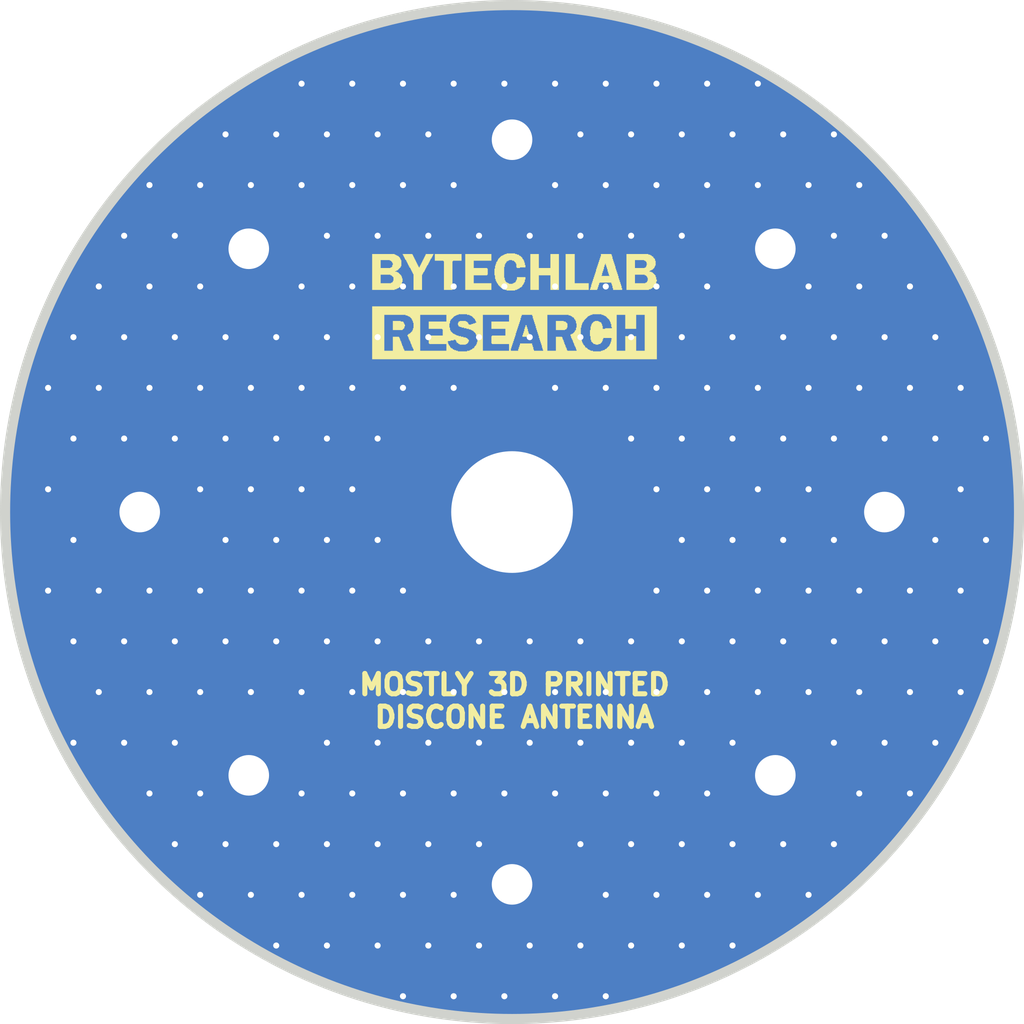
<source format=kicad_pcb>
(kicad_pcb (version 20241229) (generator "pcbnew") (generator_version "9.0")
  (layers (0 "F.Cu" signal "Top Layer") (2 "B.Cu" signal "Bottom Layer") (13 "F.Paste" user "Top Paste") (15 "B.Paste" user "Bottom Paste") (5 "F.SilkS" user "Top Overlay") (7 "B.SilkS" user "Bottom Overlay") (1 "F.Mask" user "Top Solder") (3 "B.Mask" user "Bottom Solder") (25 "Edge.Cuts" user))
  (property "AUTHOR" "Andrzej Laczewski")
  (property "PROJECT_NAME" "Mostly 3D Printed Discone Antenna")
  (net 0 "")
  (net 1 "GND")
  (footprint "" (layer "F.Cu") (at 161.48359 92.02112)
    (property "Reference" "" (at 0 0 0) (layer "F.SilkS") (effects (font (size 1.27 1.27))))
    (property "Value" "")
    (pad "1" thru_hole circle (at 0 0) (size 4 4) (drill 2) (layers "*.Cu" "*.Mask") (net 1 "GND"))
  )
  (footprint "" (layer "F.Cu") (at 135.51862 117.98608)
    (property "Reference" "" (at 0 0 0) (layer "F.SilkS") (effects (font (size 1.27 1.27))))
    (property "Value" "")
    (pad "1" thru_hole circle (at 0 0) (size 4 4) (drill 2) (layers "*.Cu" "*.Mask") (net 1 "GND"))
  )
  (footprint "" (layer "F.Cu") (at 130.14111 105.0036)
    (property "Reference" "" (at 0 0 0) (layer "F.SilkS") (effects (font (size 1.27 1.27))))
    (property "Value" "")
    (pad "1" thru_hole circle (at 0 0) (size 4 4) (drill 2) (layers "*.Cu" "*.Mask") (net 1 "GND"))
  )
  (footprint "" (layer "F.Cu") (at 148.5011 105.0036)
    (property "Reference" "" (at 0 0 0) (layer "F.SilkS") (effects (font (size 1.27 1.27))))
    (property "Value" "")
    (pad "1" thru_hole circle (at 0 0) (size 12 12) (drill 6) (layers "*.Cu" "*.Mask") (net 1 "GND"))
  )
  (footprint "" (layer "F.Cu") (at 161.48359 117.98608)
    (property "Reference" "" (at 0 0 0) (layer "F.SilkS") (effects (font (size 1.27 1.27))))
    (property "Value" "")
    (pad "1" thru_hole circle (at 0 0) (size 4 4) (drill 2) (layers "*.Cu" "*.Mask") (net 1 "GND"))
  )
  (footprint "" (layer "F.Cu") (at 148.5011 86.6436)
    (property "Reference" "" (at 0 0 0) (layer "F.SilkS") (effects (font (size 1.27 1.27))))
    (property "Value" "")
    (pad "1" thru_hole circle (at 0 0) (size 4 4) (drill 2) (layers "*.Cu" "*.Mask") (net 1 "GND"))
  )
  (footprint "" (layer "F.Cu") (at 166.8611 105.0036)
    (property "Reference" "" (at 0 0 0) (layer "F.SilkS") (effects (font (size 1.27 1.27))))
    (property "Value" "")
    (pad "1" thru_hole circle (at 0 0) (size 4 4) (drill 2) (layers "*.Cu" "*.Mask") (net 1 "GND"))
  )
  (footprint "" (layer "F.Cu") (at 135.51862 92.02112)
    (property "Reference" "" (at 0 0 0) (layer "F.SilkS") (effects (font (size 1.27 1.27))))
    (property "Value" "")
    (pad "1" thru_hole circle (at 0 0) (size 4 4) (drill 2) (layers "*.Cu" "*.Mask") (net 1 "GND"))
  )
  (footprint "" (layer "F.Cu") (at 148.5011 123.3636)
    (property "Reference" "" (at 0 0 0) (layer "F.SilkS") (effects (font (size 1.27 1.27))))
    (property "Value" "")
    (pad "1" thru_hole circle (at 0 0) (size 4 4) (drill 2) (layers "*.Cu" "*.Mask") (net 1 "GND"))
  )
  (gr_poly (pts (xy 145.14262 93.62963) (xy 145.14262 92.63963) (xy 145.11262 92.63963) (xy 145.11262 92.60963) (xy 144.69262 92.60963) (xy 144.69262 92.27963) (xy 146.01262 92.27963) (xy 146.01262 92.60963) (xy 145.59262 92.60963) (xy 145.59262 92.63963) (xy 145.56262 92.63963) (xy 145.56262 94.04963) (xy 145.14262 94.04963) (xy 145.14262 93.65963)) (fill yes) (layer "F.SilkS"))
  (gr_poly (pts (xy 153.39262 92.30963) (xy 153.42262 92.30963) (xy 153.42262 92.39963) (xy 153.45262 92.39963) (xy 153.45262 92.51963) (xy 153.48262 92.51963) (xy 153.48262 92.60963) (xy 153.51262 92.60963) (xy 153.51262 92.69963) (xy 153.54262 92.69963) (xy 153.54262 92.78963) (xy 153.57262 92.78963) (xy 153.57262 92.87963) (xy 153.60262 92.87963) (xy 153.60262 92.99963) (xy 153.63262 92.99963) (xy 153.63262 93.08963) (xy 153.66262 93.08963) (xy 153.66262 93.17963) (xy 153.69262 93.17963) (xy 153.69262 93.26963) (xy 153.72262 93.26963) (xy 153.72262 93.35963) (xy 153.75262 93.35963) (xy 153.75262 93.47963) (xy 153.78262 93.47963) (xy 153.78262 93.56963) (xy 153.81262 93.56963) (xy 153.81262 93.65963) (xy 153.84262 93.65963) (xy 153.84262 93.74963) (xy 153.87262 93.74963) (xy 153.87262 93.83963) (xy 153.90262 93.83963) (xy 153.90262 93.95963) (xy 153.93262 93.95963) (xy 153.93262 94.04963) (xy 153.48262 94.04963) (xy 153.48262 93.95963) (xy 153.45262 93.95963) (xy 153.45262 93.83963) (xy 153.42262 93.83963) (xy 153.42262 93.74963) (xy 153.39262 93.74963) (xy 153.39262 93.68963) (xy 152.82262 93.68963) (xy 152.82262 93.71963) (xy 152.79262 93.71963) (xy 152.79262 93.80963) (xy 152.76262 93.80963) (xy 152.76262 93.89963) (xy 152.73262 93.89963) (xy 152.73262 93.98963) (xy 152.70262 93.98963) (xy 152.70262 94.04963) (xy 152.34262 94.04963) (xy 152.34262 93.98963) (xy 152.37262 93.98963) (xy 152.37262 93.89963) (xy 152.40262 93.89963) (xy 152.40262 93.77963) (xy 152.43262 93.77963) (xy 152.43262 93.68963) (xy 152.46262 93.68963) (xy 152.46262 93.59963) (xy 152.49262 93.59963) (xy 152.49262 93.50963) (xy 152.52262 93.50963) (xy 152.52262 93.41963) (xy 152.55262 93.41963) (xy 152.55262 93.32963) (xy 152.58262 93.32963) (xy 152.91262 93.32963) (xy 152.91262 93.35963) (xy 153.30262 93.35963) (xy 153.30262 93.32963) (xy 153.27262 93.32963) (xy 153.27262 93.23963) (xy 153.24262 93.23963) (xy 153.24262 93.14963) (xy 153.21262 93.14963) (xy 153.21262 93.02963) (xy 153.18262 93.02963) (xy 153.18262 92.93963) (xy 153.15262 92.93963) (xy 153.15262 92.84963) (xy 153.12262 92.84963) (xy 153.12262 92.75963) (xy 153.09262 92.75963) (xy 153.09262 92.81963) (xy 153.06262 92.81963) (xy 153.06262 92.90963) (xy 153.03262 92.90963) (xy 153.03262 93.02963) (xy 153.00262 93.02963) (xy 153.00262 93.11963) (xy 152.97262 93.11963) (xy 152.97262 93.20963) (xy 152.94262 93.20963) (xy 152.94262 93.32963) (xy 152.91262 93.32963) (xy 152.58262 93.32963) (xy 152.58262 93.23963) (xy 152.61262 93.23963) (xy 152.61262 93.14963) (xy 152.64262 93.14963) (xy 152.64262 93.02963) (xy 152.67262 93.02963) (xy 152.67262 92.93963) (xy 152.70262 92.93963) (xy 152.70262 92.84963) (xy 152.73262 92.84963) (xy 152.73262 92.75963) (xy 152.76262 92.75963) (xy 152.76262 92.66963) (xy 152.79262 92.66963) (xy 152.79262 92.57963) (xy 152.82262 92.57963) (xy 152.82262 92.48963) (xy 152.85262 92.48963) (xy 152.85262 92.39963) (xy 152.88262 92.39963) (xy 152.88262 92.27963) (xy 153.39262 92.27963)) (fill yes) (layer "F.SilkS"))
  (gr_poly (pts (xy 149.82262 92.39963) (xy 149.82262 92.96963) (xy 150.39262 92.96963) (xy 150.39262 92.27963) (xy 150.81262 92.27963) (xy 150.81262 94.04963) (xy 150.39262 94.04963) (xy 150.39262 93.32963) (xy 149.82262 93.32963) (xy 149.82262 94.04963) (xy 149.40262 94.04963) (xy 149.40262 92.27963) (xy 149.82262 92.27963) (xy 149.82262 92.36963)) (fill yes) (layer "F.SilkS"))
  (gr_poly (pts (xy 142.71262 92.30963) (xy 142.77262 92.30963) (xy 142.77262 92.33963) (xy 142.83262 92.33963) (xy 142.83262 92.36963) (xy 142.89262 92.36963) (xy 142.89262 92.39963) (xy 142.92262 92.39963) (xy 142.92262 92.42963) (xy 142.95262 92.42963) (xy 142.95262 92.45963) (xy 142.98262 92.45963) (xy 142.98262 92.51963) (xy 143.01262 92.51963) (xy 143.01262 92.57963) (xy 143.04262 92.57963) (xy 143.04262 92.87963) (xy 143.01262 92.87963) (xy 143.01262 92.93963) (xy 142.98262 92.93963) (xy 142.98262 92.96963) (xy 142.95262 92.96963) (xy 142.95262 92.99963) (xy 142.92262 92.99963) (xy 142.92262 93.02963) (xy 142.89262 93.02963) (xy 142.89262 93.05963) (xy 142.86262 93.05963) (xy 142.86262 93.08963) (xy 142.80262 93.08963) (xy 142.80262 93.11963) (xy 142.74262 93.11963) (xy 142.74262 93.14963) (xy 142.83262 93.14963) (xy 142.83262 93.17963) (xy 142.89262 93.17963) (xy 142.89262 93.20963) (xy 142.92262 93.20963) (xy 142.92262 93.23963) (xy 142.95262 93.23963) (xy 142.95262 93.26963) (xy 142.98262 93.26963) (xy 142.98262 93.29963) (xy 143.01262 93.29963) (xy 143.01262 93.32963) (xy 143.04262 93.32963) (xy 143.04262 93.38963) (xy 143.07262 93.38963) (xy 143.07262 93.47963) (xy 143.10262 93.47963) (xy 143.10262 93.65963) (xy 143.07262 93.65963) (xy 143.07262 93.74963) (xy 143.04262 93.74963) (xy 143.04262 93.80963) (xy 143.01262 93.80963) (xy 143.01262 93.86963) (xy 142.98262 93.86963) (xy 142.98262 93.89963) (xy 142.95262 93.89963) (xy 142.95262 93.92963) (xy 142.92262 93.92963) (xy 142.92262 93.95963) (xy 142.86262 93.95963) (xy 142.86262 93.98963) (xy 142.80262 93.98963) (xy 142.80262 94.01963) (xy 142.71262 94.01963) (xy 142.71262 94.04963) (xy 141.60262 94.04963) (xy 141.60262 93.47963) (xy 142.02262 93.47963) (xy 142.02262 93.50963) (xy 142.02262 93.71963) (xy 142.53262 93.71963) (xy 142.53262 93.68963) (xy 142.59262 93.68963) (xy 142.59262 93.65963) (xy 142.62262 93.65963) (xy 142.62262 93.59963) (xy 142.65262 93.59963) (xy 142.65262 93.41963) (xy 142.62262 93.41963) (xy 142.62262 93.38963) (xy 142.59262 93.38963) (xy 142.59262 93.35963) (xy 142.56262 93.35963) (xy 142.56262 93.32963) (xy 142.50262 93.32963) (xy 142.50262 93.29963) (xy 142.02262 93.29963) (xy 142.02262 93.47963) (xy 141.60262 93.47963) (xy 141.60262 92.96963) (xy 142.02262 92.96963) (xy 142.50262 92.96963) (xy 142.50262 92.93963) (xy 142.56262 92.93963) (xy 142.56262 92.90963) (xy 142.59262 92.90963) (xy 142.59262 92.81963) (xy 142.62262 92.81963) (xy 142.62262 92.72963) (xy 142.59262 92.72963) (xy 142.59262 92.69963) (xy 142.59262 92.66963) (xy 142.56262 92.66963) (xy 142.56262 92.63963) (xy 142.53262 92.63963) (xy 142.53262 92.60963) (xy 142.47262 92.60963) (xy 142.47262 92.57963) (xy 142.02262 92.57963) (xy 142.02262 92.96963) (xy 141.60262 92.96963) (xy 141.60262 92.27963) (xy 142.71262 92.27963)) (fill yes) (layer "F.SilkS"))
  (gr_poly (pts (xy 155.22262 92.30963) (xy 155.31262 92.30963) (xy 155.31262 92.33963) (xy 155.37262 92.33963) (xy 155.37262 92.36963) (xy 155.40262 92.36963) (xy 155.40262 92.39963) (xy 155.46262 92.39963) (xy 155.46262 92.45963) (xy 155.49262 92.45963) (xy 155.49262 92.48963) (xy 155.52262 92.48963) (xy 155.52262 92.51963) (xy 155.55262 92.51963) (xy 155.55262 92.60963) (xy 155.58262 92.60963) (xy 155.58262 92.84963) (xy 155.55262 92.84963) (xy 155.55262 92.90963) (xy 155.52262 92.90963) (xy 155.52262 92.96963) (xy 155.49262 92.96963) (xy 155.49262 92.99963) (xy 155.46262 92.99963) (xy 155.46262 93.02963) (xy 155.43262 93.02963) (xy 155.43262 93.05963) (xy 155.37262 93.05963) (xy 155.37262 93.08963) (xy 155.31262 93.08963) (xy 155.31262 93.11963) (xy 155.28262 93.11963) (xy 155.28262 93.14963) (xy 155.37262 93.14963) (xy 155.37262 93.17963) (xy 155.43262 93.17963) (xy 155.43262 93.20963) (xy 155.46262 93.20963) (xy 155.46262 93.23963) (xy 155.49262 93.23963) (xy 155.49262 93.26963) (xy 155.52262 93.26963) (xy 155.52262 93.29963) (xy 155.55262 93.29963) (xy 155.55262 93.32963) (xy 155.58262 93.32963) (xy 155.58262 93.41963) (xy 155.61262 93.41963) (xy 155.61262 93.53963) (xy 155.64262 93.53963) (xy 155.64262 93.62963) (xy 155.61262 93.62963) (xy 155.61262 93.74963) (xy 155.58262 93.74963) (xy 155.58262 93.80963) (xy 155.55262 93.80963) (xy 155.55262 93.83963) (xy 155.52262 93.83963) (xy 155.52262 93.89963) (xy 155.49262 93.89963) (xy 155.49262 93.92963) (xy 155.43262 93.92963) (xy 155.43262 93.95963) (xy 155.40262 93.95963) (xy 155.40262 93.98963) (xy 155.34262 93.98963) (xy 155.34262 94.01963) (xy 155.25262 94.01963) (xy 155.25262 94.04963) (xy 154.14262 94.04963) (xy 154.14262 93.32963) (xy 154.56262 93.32963) (xy 154.56262 93.71963) (xy 155.07262 93.71963) (xy 155.07262 93.68963) (xy 155.13262 93.68963) (xy 155.13262 93.65963) (xy 155.16262 93.65963) (xy 155.16262 93.59963) (xy 155.19262 93.59963) (xy 155.19262 93.44963) (xy 155.16262 93.44963) (xy 155.16262 93.38963) (xy 155.13262 93.38963) (xy 155.13262 93.35963) (xy 155.10262 93.35963) (xy 155.10262 93.32963) (xy 155.04262 93.32963) (xy 155.04262 93.29963) (xy 154.56262 93.29963) (xy 154.56262 93.32963) (xy 154.14262 93.32963) (xy 154.14262 92.96963) (xy 154.56262 92.96963) (xy 155.04262 92.96963) (xy 155.04262 92.93963) (xy 155.10262 92.93963) (xy 155.10262 92.87963) (xy 155.13262 92.87963) (xy 155.13262 92.78963) (xy 155.16262 92.78963) (xy 155.16262 92.75963) (xy 155.13262 92.75963) (xy 155.13262 92.66963) (xy 155.10262 92.66963) (xy 155.10262 92.63963) (xy 155.07262 92.63963) (xy 155.07262 92.60963) (xy 155.01262 92.60963) (xy 155.01262 92.57963) (xy 154.56262 92.57963) (xy 154.56262 92.96963) (xy 154.14262 92.96963) (xy 154.14262 92.27963) (xy 155.22262 92.27963)) (fill yes) (layer "F.SilkS"))
  (gr_poly (pts (xy 155.64262 97.46963) (xy 141.60262 97.46963) (xy 141.60262 97.04963) (xy 142.20262 97.04963) (xy 142.62262 97.04963) (xy 142.62262 96.35963) (xy 142.92262 96.35963) (xy 142.92262 96.38963) (xy 142.95262 96.38963) (xy 142.95262 96.44963) (xy 142.98262 96.44963) (xy 142.98262 96.53963) (xy 143.01262 96.53963) (xy 143.01262 96.59963) (xy 143.04262 96.59963) (xy 143.04262 96.68963) (xy 143.07262 96.68963) (xy 143.07262 96.77963) (xy 143.10262 96.77963) (xy 143.10262 96.83963) (xy 143.13262 96.83963) (xy 143.13262 96.92963) (xy 143.16262 96.92963) (xy 143.16262 96.98963) (xy 143.19262 96.98963) (xy 143.19262 97.04963) (xy 143.64262 97.04963) (xy 143.97262 97.04963) (xy 145.26262 97.04963) (xy 145.26262 96.71963) (xy 144.42262 96.71963) (xy 144.42262 96.68963) (xy 144.39262 96.68963) (xy 144.39262 96.59963) (xy 145.32262 96.59963) (xy 145.32262 96.62963) (xy 145.35262 96.62963) (xy 145.35262 96.71963) (xy 145.38262 96.71963) (xy 145.38262 96.77963) (xy 145.41262 96.77963) (xy 145.41262 96.80963) (xy 145.44262 96.80963) (xy 145.44262 96.86963) (xy 145.47262 96.86963) (xy 145.47262 96.89963) (xy 145.50262 96.89963) (xy 145.50262 96.92963) (xy 145.56262 96.92963) (xy 145.56262 96.95963) (xy 145.59262 96.95963) (xy 145.59262 96.98963) (xy 145.65262 96.98963) (xy 145.65262 97.01963) (xy 145.74262 97.01963) (xy 145.74262 97.04963) (xy 145.83262 97.04963) (xy 145.83262 97.07963) (xy 146.28262 97.07963) (xy 146.28262 97.04963) (xy 146.40262 97.04963) (xy 147.06262 97.04963) (xy 148.35262 97.04963) (xy 148.35262 96.92963) (xy 148.44262 96.92963) (xy 148.44262 97.04963) (xy 148.80262 97.04963) (xy 148.80262 96.95963) (xy 148.83262 96.95963) (xy 148.83262 96.92963) (xy 148.83262 96.89963) (xy 148.83262 96.86963) (xy 148.86262 96.86963) (xy 148.86262 96.77963) (xy 148.89262 96.77963) (xy 148.89262 96.68963) (xy 149.49262 96.68963) (xy 149.49262 96.77963) (xy 149.52262 96.77963) (xy 149.52262 96.86963) (xy 149.55262 96.86963) (xy 149.55262 96.98963) (xy 149.58262 96.98963) (xy 149.58262 97.04963) (xy 150.03262 97.04963) (xy 150.24262 97.04963) (xy 150.66262 97.04963) (xy 150.66262 96.35963) (xy 150.96262 96.35963) (xy 150.96262 96.38963) (xy 150.99262 96.38963) (xy 150.99262 96.47963) (xy 151.02262 96.47963) (xy 151.02262 96.53963) (xy 151.05262 96.53963) (xy 151.05262 96.62963) (xy 151.08262 96.62963) (xy 151.08262 96.71963) (xy 151.11262 96.71963) (xy 151.11262 96.77963) (xy 151.14262 96.77963) (xy 151.14262 96.86963) (xy 151.17262 96.86963) (xy 151.17262 96.92963) (xy 151.20262 96.92963) (xy 151.20262 97.01963) (xy 151.23262 97.01963) (xy 151.23262 97.04963) (xy 151.68262 97.04963) (xy 151.68262 96.98963) (xy 151.65262 96.98963) (xy 151.65262 96.89963) (xy 151.62262 96.89963) (xy 151.62262 96.83963) (xy 151.59262 96.83963) (xy 151.59262 96.77963) (xy 151.56262 96.77963) (xy 151.56262 96.68963) (xy 151.53262 96.68963) (xy 151.53262 96.62963) (xy 151.50262 96.62963) (xy 151.50262 96.53963) (xy 151.47262 96.53963) (xy 151.47262 96.47963) (xy 151.44262 96.47963) (xy 151.44262 96.41963) (xy 151.41262 96.41963) (xy 151.41262 96.32963) (xy 151.38262 96.32963) (xy 151.38262 96.23963) (xy 151.44262 96.23963) (xy 151.44262 96.20963) (xy 151.50262 96.20963) (xy 151.50262 96.17963) (xy 151.53262 96.17963) (xy 151.53262 96.14963) (xy 151.56262 96.14963) (xy 151.56262 96.11963) (xy 151.59262 96.11963) (xy 151.59262 96.05963) (xy 151.62262 96.05963) (xy 151.62262 96.02963) (xy 151.65262 96.02963) (xy 151.65262 95.90963) (xy 151.68262 95.90963) (xy 151.89262 95.90963) (xy 151.89262 96.41963) (xy 151.92262 96.41963) (xy 151.92262 96.53963) (xy 151.95262 96.53963) (xy 151.95262 96.62963) (xy 151.98262 96.62963) (xy 151.98262 96.68963) (xy 152.01262 96.68963) (xy 152.01262 96.74963) (xy 152.04262 96.74963) (xy 152.04262 96.77963) (xy 152.07262 96.77963) (xy 152.07262 96.80963) (xy 152.10262 96.80963) (xy 152.10262 96.86963) (xy 152.13262 96.86963) (xy 152.13262 96.89963) (xy 152.19262 96.89963) (xy 152.19262 96.92963) (xy 152.22262 96.92963) (xy 152.22262 96.95963) (xy 152.25262 96.95963) (xy 152.25262 96.98963) (xy 152.31262 96.98963) (xy 152.31262 97.01963) (xy 152.37262 97.01963) (xy 152.37262 97.04963) (xy 152.49262 97.04963) (xy 152.49262 97.07963) (xy 152.88262 97.07963) (xy 152.88262 97.04963) (xy 152.97262 97.04963) (xy 153.66262 97.04963) (xy 154.08262 97.04963) (xy 154.08262 96.32963) (xy 154.62262 96.32963) (xy 154.62262 96.35963) (xy 154.62262 96.38963) (xy 154.62262 97.04963) (xy 155.04262 97.04963) (xy 155.04262 95.27963) (xy 154.62262 95.27963) (xy 154.62262 95.96963) (xy 154.08262 95.96963) (xy 154.08262 95.27963) (xy 153.66262 95.27963) (xy 153.66262 97.04963) (xy 152.97262 97.04963) (xy 152.97262 97.01963) (xy 153.06262 97.01963) (xy 153.06262 96.98963) (xy 153.09262 96.98963) (xy 153.09262 96.95963) (xy 153.15262 96.95963) (xy 153.15262 96.92963) (xy 153.18262 96.92963) (xy 153.18262 96.89963) (xy 153.21262 96.89963) (xy 153.21262 96.86963) (xy 153.24262 96.86963) (xy 153.24262 96.83963) (xy 153.27262 96.83963) (xy 153.27262 96.80963) (xy 153.30262 96.80963) (xy 153.30262 96.74963) (xy 153.33262 96.74963) (xy 153.33262 96.68963) (xy 153.36262 96.68963) (xy 153.36262 96.59963) (xy 153.39262 96.59963) (xy 153.39262 96.47963) (xy 153.42262 96.47963) (xy 153.42262 96.44963) (xy 153.39262 96.44963) (xy 153.39262 96.41963) (xy 153.00262 96.41963) (xy 153.00262 96.47963) (xy 152.97262 96.47963) (xy 152.97262 96.56963) (xy 152.94262 96.56963) (xy 152.94262 96.62963) (xy 152.91262 96.62963) (xy 152.91262 96.65963) (xy 152.88262 96.65963) (xy 152.88262 96.68963) (xy 152.85262 96.68963) (xy 152.85262 96.71963) (xy 152.76262 96.71963) (xy 152.76262 96.74963) (xy 152.61262 96.74963) (xy 152.61262 96.71963) (xy 152.52262 96.71963) (xy 152.52262 96.68963) (xy 152.49262 96.68963) (xy 152.49262 96.65963) (xy 152.46262 96.65963) (xy 152.46262 96.62963) (xy 152.43262 96.62963) (xy 152.43262 96.59963) (xy 152.40262 96.59963) (xy 152.40262 96.50963) (xy 152.37262 96.50963) (xy 152.37262 96.32963) (xy 152.34262 96.32963) (xy 152.34262 96.02963) (xy 152.37262 96.02963) (xy 152.37262 95.84963) (xy 152.40262 95.84963) (xy 152.40262 95.75963) (xy 152.43262 95.75963) (xy 152.43262 95.69963) (xy 152.46262 95.69963) (xy 152.46262 95.66963) (xy 152.49262 95.66963) (xy 152.49262 95.63963) (xy 152.52262 95.63963) (xy 152.52262 95.60963) (xy 152.58262 95.60963) (xy 152.58262 95.57963) (xy 152.76262 95.57963) (xy 152.76262 95.60963) (xy 152.82262 95.60963) (xy 152.82262 95.63963) (xy 152.88262 95.63963) (xy 152.88262 95.66963) (xy 152.91262 95.66963) (xy 152.91262 95.72963) (xy 152.94262 95.72963) (xy 152.94262 95.81963) (xy 152.97262 95.81963) (xy 152.97262 95.96963) (xy 153.09262 95.96963) (xy 153.09262 95.93963) (xy 153.42262 95.93963) (xy 153.42262 95.87963) (xy 153.39262 95.87963) (xy 153.39262 95.72963) (xy 153.36262 95.72963) (xy 153.36262 95.63963) (xy 153.33262 95.63963) (xy 153.33262 95.57963) (xy 153.30262 95.57963) (xy 153.30262 95.51963) (xy 153.27262 95.51963) (xy 153.27262 95.48963) (xy 153.24262 95.48963) (xy 153.24262 95.45963) (xy 153.21262 95.45963) (xy 153.21262 95.42963) (xy 153.18262 95.42963) (xy 153.18262 95.39963) (xy 153.15262 95.39963) (xy 153.15262 95.36963) (xy 153.12262 95.36963) (xy 153.12262 95.33963) (xy 153.06262 95.33963) (xy 153.06262 95.30963) (xy 153.00262 95.30963) (xy 153.00262 95.27963) (xy 152.91262 95.27963) (xy 152.91262 95.24963) (xy 152.46262 95.24963) (xy 152.46262 95.27963) (xy 152.37262 95.27963) (xy 152.37262 95.30963) (xy 152.31262 95.30963) (xy 152.31262 95.33963) (xy 152.25262 95.33963) (xy 152.25262 95.36963) (xy 152.22262 95.36963) (xy 152.22262 95.39963) (xy 152.19262 95.39963) (xy 152.19262 95.42963) (xy 152.16262 95.42963) (xy 152.16262 95.45963) (xy 152.13262 95.45963) (xy 152.13262 95.48963) (xy 152.10262 95.48963) (xy 152.10262 95.51963) (xy 152.07262 95.51963) (xy 152.07262 95.54963) (xy 152.04262 95.54963) (xy 152.04262 95.60963) (xy 152.01262 95.60963) (xy 152.01262 95.63963) (xy 151.98262 95.63963) (xy 151.98262 95.69963) (xy 151.95262 95.69963) (xy 151.95262 95.78963) (xy 151.92262 95.78963) (xy 151.92262 95.90963) (xy 151.89262 95.90963) (xy 151.68262 95.90963) (xy 151.68262 95.84963) (xy 151.68262 95.81963) (xy 151.68262 95.69963) (xy 151.65262 95.69963) (xy 151.65262 95.57963) (xy 151.62262 95.57963) (xy 151.62262 95.51963) (xy 151.59262 95.51963) (xy 151.59262 95.48963) (xy 151.56262 95.48963) (xy 151.56262 95.42963) (xy 151.53262 95.42963) (xy 151.53262 95.39963) (xy 151.47262 95.39963) (xy 151.47262 95.36963) (xy 151.44262 95.36963) (xy 151.44262 95.33963) (xy 151.38262 95.33963) (xy 151.38262 95.30963) (xy 151.29262 95.30963) (xy 151.29262 95.27963) (xy 150.24262 95.27963) (xy 150.24262 97.04963) (xy 150.03262 97.04963) (xy 150.03262 96.98963) (xy 150.00262 96.98963) (xy 150.00262 96.89963) (xy 149.97262 96.89963) (xy 149.97262 96.77963) (xy 149.94262 96.77963) (xy 149.94262 96.68963) (xy 149.91262 96.68963) (xy 149.91262 96.59963) (xy 149.88262 96.59963) (xy 149.88262 96.50963) (xy 149.85262 96.50963) (xy 149.85262 96.41963) (xy 149.82262 96.41963) (xy 149.82262 96.29963) (xy 149.79262 96.29963) (xy 149.79262 96.20963) (xy 149.76262 96.20963) (xy 149.76262 96.11963) (xy 149.73262 96.11963) (xy 149.73262 96.02963) (xy 149.70262 96.02963) (xy 149.70262 95.93963) (xy 149.67262 95.93963) (xy 149.67262 95.81963) (xy 149.64262 95.81963) (xy 149.64262 95.72963) (xy 149.61262 95.72963) (xy 149.61262 95.63963) (xy 149.58262 95.63963) (xy 149.58262 95.54963) (xy 149.55262 95.54963) (xy 149.55262 95.45963) (xy 149.52262 95.45963) (xy 149.52262 95.33963) (xy 149.49262 95.33963) (xy 149.49262 95.27963) (xy 148.98262 95.27963) (xy 148.98262 95.33963) (xy 148.95262 95.33963) (xy 148.95262 95.42963) (xy 148.92262 95.42963) (xy 148.92262 95.54963) (xy 148.89262 95.54963) (xy 148.89262 95.63963) (xy 148.86262 95.63963) (xy 148.86262 95.72963) (xy 148.83262 95.72963) (xy 148.83262 95.81963) (xy 148.80262 95.81963) (xy 148.80262 95.90963) (xy 148.77262 95.90963) (xy 148.77262 95.99963) (xy 148.74262 95.99963) (xy 148.74262 96.08963) (xy 148.71262 96.08963) (xy 148.71262 96.17963) (xy 148.68262 96.17963) (xy 148.68262 96.29963) (xy 148.65262 96.29963) (xy 148.65262 96.38963) (xy 148.62262 96.38963) (xy 148.62262 96.47963) (xy 148.59262 96.47963) (xy 148.59262 96.56963) (xy 148.56262 96.56963) (xy 148.56262 96.65963) (xy 148.53262 96.65963) (xy 148.53262 96.74963) (xy 148.50262 96.74963) (xy 148.50262 96.83963) (xy 148.47262 96.83963) (xy 148.47262 96.92963) (xy 148.44262 96.92963) (xy 148.35262 96.92963) (xy 148.35262 96.71963) (xy 147.51262 96.71963) (xy 147.51262 96.68963) (xy 147.48262 96.68963) (xy 147.48262 96.32963) (xy 147.51262 96.32963) (xy 147.51262 96.29963) (xy 148.17262 96.29963) (xy 148.17262 95.96963) (xy 147.48262 95.96963) (xy 147.48262 95.60963) (xy 148.35262 95.60963) (xy 148.35262 95.27963) (xy 147.06262 95.27963) (xy 147.06262 97.04963) (xy 146.40262 97.04963) (xy 146.40262 97.01963) (xy 146.46262 97.01963) (xy 146.46262 96.98963) (xy 146.52262 96.98963) (xy 146.52262 96.95963) (xy 146.55262 96.95963) (xy 146.55262 96.92963) (xy 146.61262 96.92963) (xy 146.61262 96.89963) (xy 146.64262 96.89963) (xy 146.64262 96.83963) (xy 146.67262 96.83963) (xy 146.67262 96.80963) (xy 146.70262 96.80963) (xy 146.70262 96.77963) (xy 146.73262 96.77963) (xy 146.73262 96.71963) (xy 146.76262 96.71963) (xy 146.76262 96.62963) (xy 146.79262 96.62963) (xy 146.79262 96.38963) (xy 146.76262 96.38963) (xy 146.76262 96.29963) (xy 146.73262 96.29963) (xy 146.73262 96.23963) (xy 146.70262 96.23963) (xy 146.70262 96.17963) (xy 146.67262 96.17963) (xy 146.67262 96.14963) (xy 146.64262 96.14963) (xy 146.64262 96.11963) (xy 146.61262 96.11963) (xy 146.61262 96.08963) (xy 146.58262 96.08963) (xy 146.58262 96.05963) (xy 146.52262 96.05963) (xy 146.52262 96.02963) (xy 146.46262 96.02963) (xy 146.46262 95.99963) (xy 146.37262 95.99963) (xy 146.37262 95.96963) (xy 146.25262 95.96963) (xy 146.25262 95.93963) (xy 146.13262 95.93963) (xy 146.13262 95.90963) (xy 146.01262 95.90963) (xy 146.01262 95.87963) (xy 145.92262 95.87963) (xy 145.92262 95.84963) (xy 145.86262 95.84963) (xy 145.86262 95.78963) (xy 145.83262 95.78963) (xy 145.83262 95.66963) (xy 145.86262 95.66963) (xy 145.86262 95.60963) (xy 145.92262 95.60963) (xy 145.92262 95.57963) (xy 146.22262 95.57963) (xy 146.22262 95.60963) (xy 146.28262 95.60963) (xy 146.28262 95.63963) (xy 146.31262 95.63963) (xy 146.31262 95.66963) (xy 146.34262 95.66963) (xy 146.34262 95.72963) (xy 146.37262 95.72963) (xy 146.37262 95.75963) (xy 146.49262 95.75963) (xy 146.49262 95.72963) (xy 146.58262 95.72963) (xy 146.58262 95.69963) (xy 146.67262 95.69963) (xy 146.67262 95.66963) (xy 146.73262 95.66963) (xy 146.73262 95.60963) (xy 146.70262 95.60963) (xy 146.70262 95.54963) (xy 146.67262 95.54963) (xy 146.67262 95.48963) (xy 146.64262 95.48963) (xy 146.64262 95.45963) (xy 146.61262 95.45963) (xy 146.61262 95.42963) (xy 146.58262 95.42963) (xy 146.58262 95.39963) (xy 146.55262 95.39963) (xy 146.55262 95.36963) (xy 146.52262 95.36963) (xy 146.52262 95.33963) (xy 146.46262 95.33963) (xy 146.46262 95.30963) (xy 146.40262 95.30963) (xy 146.40262 95.27963) (xy 146.28262 95.27963) (xy 146.28262 95.24963) (xy 145.86262 95.24963) (xy 145.86262 95.27963) (xy 145.77262 95.27963) (xy 145.77262 95.30963) (xy 145.71262 95.30963) (xy 145.71262 95.33963) (xy 145.65262 95.33963) (xy 145.65262 95.36963) (xy 145.62262 95.36963) (xy 145.62262 95.39963) (xy 145.59262 95.39963) (xy 145.59262 95.42963) (xy 145.56262 95.42963) (xy 145.56262 95.45963) (xy 145.53262 95.45963) (xy 145.53262 95.48963) (xy 145.50262 95.48963) (xy 145.50262 95.51963) (xy 145.47262 95.51963) (xy 145.47262 95.57963) (xy 145.44262 95.57963) (xy 145.44262 95.69963) (xy 145.41262 95.69963) (xy 145.41262 95.90963) (xy 145.44262 95.90963) (xy 145.44262 96.02963) (xy 145.47262 96.02963) (xy 145.47262 96.08963) (xy 145.50262 96.08963) (xy 145.50262 96.11963) (xy 145.53262 96.11963) (xy 145.53262 96.14963) (xy 145.56262 96.14963) (xy 145.56262 96.17963) (xy 145.59262 96.17963) (xy 145.59262 96.20963) (xy 145.65262 96.20963) (xy 145.65262 96.23963) (xy 145.71262 96.23963) (xy 145.71262 96.26963) (xy 145.77262 96.26963) (xy 145.77262 96.29963) (xy 145.86262 96.29963) (xy 145.86262 96.32963) (xy 145.98262 96.32963) (xy 145.98262 96.35963) (xy 146.10262 96.35963) (xy 146.10262 96.38963) (xy 146.22262 96.38963) (xy 146.22262 96.41963) (xy 146.28262 96.41963) (xy 146.28262 96.44963) (xy 146.31262 96.44963) (xy 146.31262 96.47963) (xy 146.34262 96.47963) (xy 146.34262 96.50963) (xy 146.37262 96.50963) (xy 146.37262 96.59963) (xy 146.34262 96.59963) (xy 146.34262 96.65963) (xy 146.31262 96.65963) (xy 146.31262 96.68963) (xy 146.28262 96.68963) (xy 146.28262 96.71963) (xy 146.22262 96.71963) (xy 146.22262 96.74963) (xy 145.92262 96.74963) (xy 145.92262 96.71963) (xy 145.86262 96.71963) (xy 145.86262 96.68963) (xy 145.83262 96.68963) (xy 145.83262 96.65963) (xy 145.77262 96.65963) (xy 145.77262 96.59963) (xy 145.74262 96.59963) (xy 145.74262 96.53963) (xy 145.71262 96.53963) (xy 145.71262 96.50963) (xy 145.62262 96.50963) (xy 145.62262 96.53963) (xy 145.47262 96.53963) (xy 145.47262 96.56963) (xy 145.35262 96.56963) (xy 145.35262 96.59963) (xy 145.32262 96.59963) (xy 144.39262 96.59963) (xy 144.39262 96.32963) (xy 144.42262 96.32963) (xy 144.42262 96.29963) (xy 145.08262 96.29963) (xy 145.08262 95.99963) (xy 145.05262 95.99963) (xy 145.05262 95.96963) (xy 144.39262 95.96963) (xy 144.39262 95.60963) (xy 145.26262 95.60963) (xy 145.26262 95.27963) (xy 143.97262 95.27963) (xy 143.97262 97.04963) (xy 143.64262 97.04963) (xy 143.64262 96.95963) (xy 143.61262 96.95963) (xy 143.61262 96.89963) (xy 143.58262 96.89963) (xy 143.58262 96.83963) (xy 143.55262 96.83963) (xy 143.55262 96.74963) (xy 143.52262 96.74963) (xy 143.52262 96.68963) (xy 143.49262 96.68963) (xy 143.49262 96.59963) (xy 143.46262 96.59963) (xy 143.46262 96.53963) (xy 143.43262 96.53963) (xy 143.43262 96.47963) (xy 143.40262 96.47963) (xy 143.40262 96.38963) (xy 143.37262 96.38963) (xy 143.37262 96.32963) (xy 143.34262 96.32963) (xy 143.34262 96.26963) (xy 143.37262 96.26963) (xy 143.37262 96.23963) (xy 143.40262 96.23963) (xy 143.40262 96.20963) (xy 143.46262 96.20963) (xy 143.46262 96.17963) (xy 143.49262 96.17963) (xy 143.49262 96.14963) (xy 143.52262 96.14963) (xy 143.52262 96.11963) (xy 143.55262 96.11963) (xy 143.55262 96.08963) (xy 143.58262 96.08963) (xy 143.58262 96.02963) (xy 143.61262 96.02963) (xy 143.61262 95.93963) (xy 143.64262 95.93963) (xy 143.64262 95.66963) (xy 143.61262 95.66963) (xy 143.61262 95.57963) (xy 143.58262 95.57963) (xy 143.58262 95.51963) (xy 143.55262 95.51963) (xy 143.55262 95.45963) (xy 143.52262 95.45963) (xy 143.52262 95.42963) (xy 143.49262 95.42963) (xy 143.49262 95.39963) (xy 143.46262 95.39963) (xy 143.46262 95.36963) (xy 143.40262 95.36963) (xy 143.40262 95.33963) (xy 143.34262 95.33963) (xy 143.34262 95.30963) (xy 143.25262 95.30963) (xy 143.25262 95.27963) (xy 142.20262 95.27963) (xy 142.20262 97.04963) (xy 141.60262 97.04963) (xy 141.60262 94.85963) (xy 155.64262 94.85963)) (fill yes) (layer "F.SilkS"))
  (gr_poly (pts (xy 150.66262 95.93963) (xy 150.66262 95.57963) (xy 151.05262 95.57963) (xy 151.05262 95.60963) (xy 151.14262 95.60963) (xy 151.14262 95.63963) (xy 151.17262 95.63963) (xy 151.17262 95.66963) (xy 151.20262 95.66963) (xy 151.20262 95.69963) (xy 151.23262 95.69963) (xy 151.23262 95.90963) (xy 151.20262 95.90963) (xy 151.20262 95.96963) (xy 151.17262 95.96963) (xy 151.17262 95.99963) (xy 151.11262 95.99963) (xy 151.11262 96.02963) (xy 150.66262 96.02963) (xy 150.66262 95.96963)) (fill yes) (layer "F.SilkS"))
  (gr_poly (pts (xy 143.01262 95.57963) (xy 143.01262 95.60963) (xy 143.13262 95.60963) (xy 143.13262 95.63963) (xy 143.16262 95.63963) (xy 143.16262 95.69963) (xy 143.19262 95.69963) (xy 143.19262 95.75963) (xy 143.22262 95.75963) (xy 143.22262 95.84963) (xy 143.19262 95.84963) (xy 143.19262 95.93963) (xy 143.16262 95.93963) (xy 143.16262 95.96963) (xy 143.13262 95.96963) (xy 143.13262 95.99963) (xy 143.10262 95.99963) (xy 143.10262 96.02963) (xy 142.62262 96.02963) (xy 142.62262 95.57963) (xy 142.98262 95.57963)) (fill yes) (layer "F.SilkS"))
  (gr_poly (pts (xy 146.19262 92.75963) (xy 146.19262 92.27963) (xy 147.48262 92.27963) (xy 147.48262 92.60963) (xy 146.61262 92.60963) (xy 146.61262 92.96963) (xy 147.27262 92.96963) (xy 147.27262 92.99963) (xy 147.30262 92.99963) (xy 147.30262 93.29963) (xy 147.27262 93.29963) (xy 147.27262 93.32963) (xy 146.61262 93.32963) (xy 146.61262 93.71963) (xy 147.48262 93.71963) (xy 147.48262 94.04963) (xy 146.19262 94.04963) (xy 146.19262 92.78963)) (fill yes) (layer "F.SilkS"))
  (gr_poly (pts (xy 152.28262 93.71963) (xy 152.28262 94.04963) (xy 151.14262 94.04963) (xy 151.14262 92.27963) (xy 151.59262 92.27963) (xy 151.59262 93.71963) (xy 152.25262 93.71963)) (fill yes) (layer "F.SilkS"))
  (gr_poly (pts (xy 144.39262 92.69963) (xy 144.39262 92.75963) (xy 144.36262 92.75963) (xy 144.36262 92.81963) (xy 144.33262 92.81963) (xy 144.33262 92.84963) (xy 144.30262 92.84963) (xy 144.30262 92.90963) (xy 144.27262 92.90963) (xy 144.27262 92.96963) (xy 144.24262 92.96963) (xy 144.24262 93.02963) (xy 144.21262 93.02963) (xy 144.21262 93.08963) (xy 144.18262 93.08963) (xy 144.18262 93.14963) (xy 144.15262 93.14963) (xy 144.15262 93.17963) (xy 144.12262 93.17963) (xy 144.12262 93.23963) (xy 144.09262 93.23963) (xy 144.09262 93.29963) (xy 144.06262 93.29963) (xy 144.06262 94.04963) (xy 143.64262 94.04963) (xy 143.64262 93.26963) (xy 143.61262 93.26963) (xy 143.61262 93.20963) (xy 143.58262 93.20963) (xy 143.58262 93.14963) (xy 143.55262 93.14963) (xy 143.55262 93.08963) (xy 143.52262 93.08963) (xy 143.52262 93.02963) (xy 143.49262 93.02963) (xy 143.49262 92.96963) (xy 143.46262 92.96963) (xy 143.46262 92.93963) (xy 143.43262 92.93963) (xy 143.43262 92.87963) (xy 143.40262 92.87963) (xy 143.40262 92.81963) (xy 143.37262 92.81963) (xy 143.37262 92.75963) (xy 143.34262 92.75963) (xy 143.34262 92.69963) (xy 143.31262 92.69963) (xy 143.31262 92.63963) (xy 143.28262 92.63963) (xy 143.28262 92.57963) (xy 143.25262 92.57963) (xy 143.25262 92.54963) (xy 143.22262 92.54963) (xy 143.22262 92.48963) (xy 143.19262 92.48963) (xy 143.19262 92.42963) (xy 143.16262 92.42963) (xy 143.16262 92.36963) (xy 143.13262 92.36963) (xy 143.13262 92.30963) (xy 143.10262 92.30963) (xy 143.10262 92.27963) (xy 143.58262 92.27963) (xy 143.58262 92.30963) (xy 143.61262 92.30963) (xy 143.61262 92.36963) (xy 143.64262 92.36963) (xy 143.64262 92.42963) (xy 143.67262 92.42963) (xy 143.67262 92.48963) (xy 143.70262 92.48963) (xy 143.70262 92.54963) (xy 143.73262 92.54963) (xy 143.73262 92.60963) (xy 143.76262 92.60963) (xy 143.76262 92.66963) (xy 143.79262 92.66963) (xy 143.79262 92.72963) (xy 143.82262 92.72963) (xy 143.82262 92.78963) (xy 143.85262 92.78963) (xy 143.85262 92.84963) (xy 143.88262 92.84963) (xy 143.88262 92.90963) (xy 143.91262 92.90963) (xy 143.91262 92.93963) (xy 143.94262 92.93963) (xy 143.94262 92.87963) (xy 143.97262 92.87963) (xy 143.97262 92.81963) (xy 144.00262 92.81963) (xy 144.00262 92.75963) (xy 144.03262 92.75963) (xy 144.03262 92.69963) (xy 144.06262 92.69963) (xy 144.06262 92.63963) (xy 144.09262 92.63963) (xy 144.09262 92.57963) (xy 144.12262 92.57963) (xy 144.12262 92.51963) (xy 144.15262 92.51963) (xy 144.15262 92.45963) (xy 144.18262 92.45963) (xy 144.18262 92.39963) (xy 144.21262 92.39963) (xy 144.21262 92.33963) (xy 144.24262 92.33963) (xy 144.24262 92.27963) (xy 144.63262 92.27963) (xy 144.63262 92.30963) (xy 144.60262 92.30963) (xy 144.60262 92.36963) (xy 144.57262 92.36963) (xy 144.57262 92.42963) (xy 144.54262 92.42963) (xy 144.54262 92.48963) (xy 144.51262 92.48963) (xy 144.51262 92.51963) (xy 144.48262 92.51963) (xy 144.48262 92.57963) (xy 144.45262 92.57963) (xy 144.45262 92.63963) (xy 144.42262 92.63963) (xy 144.42262 92.69963)) (fill yes) (layer "F.SilkS"))
  (gr_poly (pts (xy 149.22262 95.81963) (xy 149.22262 95.87963) (xy 149.25262 95.87963) (xy 149.25262 95.96963) (xy 149.28262 95.96963) (xy 149.28262 96.08963) (xy 149.31262 96.08963) (xy 149.31262 96.17963) (xy 149.34262 96.17963) (xy 149.34262 96.26963) (xy 149.37262 96.26963) (xy 149.37262 96.35963) (xy 149.01262 96.35963) (xy 149.01262 96.26963) (xy 149.04262 96.26963) (xy 149.04262 96.17963) (xy 149.07262 96.17963) (xy 149.07262 96.08963) (xy 149.10262 96.08963) (xy 149.10262 95.96963) (xy 149.13262 95.96963) (xy 149.13262 95.87963) (xy 149.16262 95.87963) (xy 149.16262 95.78963) (xy 149.22262 95.78963)) (fill yes) (layer "F.SilkS"))
  (gr_poly (pts (xy 148.11262 92.30963) (xy 148.14262 92.30963) (xy 148.14262 92.27963) (xy 148.23262 92.27963) (xy 148.23262 92.24963) (xy 148.65262 92.24963) (xy 148.65262 92.27963) (xy 148.74262 92.27963) (xy 148.74262 92.30963) (xy 148.83262 92.30963) (xy 148.83262 92.33963) (xy 148.86262 92.33963) (xy 148.86262 92.36963) (xy 148.92262 92.36963) (xy 148.92262 92.39963) (xy 148.95262 92.39963) (xy 148.95262 92.42963) (xy 148.98262 92.42963) (xy 148.98262 92.45963) (xy 149.01262 92.45963) (xy 149.01262 92.51963) (xy 149.04262 92.51963) (xy 149.04262 92.54963) (xy 149.07262 92.54963) (xy 149.07262 92.60963) (xy 149.10262 92.60963) (xy 149.10262 92.69963) (xy 149.13262 92.69963) (xy 149.13262 92.81963) (xy 149.16262 92.81963) (xy 149.16262 92.93963) (xy 148.89262 92.93963) (xy 148.89262 92.96963) (xy 148.74262 92.96963) (xy 148.74262 92.93963) (xy 148.71262 92.93963) (xy 148.71262 92.75963) (xy 148.68262 92.75963) (xy 148.68262 92.69963) (xy 148.65262 92.69963) (xy 148.65262 92.66963) (xy 148.62262 92.66963) (xy 148.62262 92.63963) (xy 148.59262 92.63963) (xy 148.59262 92.60963) (xy 148.50262 92.60963) (xy 148.50262 92.57963) (xy 148.35262 92.57963) (xy 148.35262 92.60963) (xy 148.29262 92.60963) (xy 148.29262 92.63963) (xy 148.23262 92.63963) (xy 148.23262 92.69963) (xy 148.20262 92.69963) (xy 148.20262 92.72963) (xy 148.17262 92.72963) (xy 148.17262 92.78963) (xy 148.14262 92.78963) (xy 148.14262 92.90963) (xy 148.11262 92.90963) (xy 148.11262 93.44963) (xy 148.14262 93.44963) (xy 148.14262 93.56963) (xy 148.17262 93.56963) (xy 148.17262 93.62963) (xy 148.20262 93.62963) (xy 148.20262 93.65963) (xy 148.23262 93.65963) (xy 148.23262 93.68963) (xy 148.29262 93.68963) (xy 148.29262 93.71963) (xy 148.35262 93.71963) (xy 148.35262 93.74963) (xy 148.53262 93.74963) (xy 148.53262 93.71963) (xy 148.59262 93.71963) (xy 148.59262 93.68963) (xy 148.65262 93.68963) (xy 148.65262 93.65963) (xy 148.68262 93.65963) (xy 148.68262 93.59963) (xy 148.71262 93.59963) (xy 148.71262 93.53963) (xy 148.74262 93.53963) (xy 148.74262 93.41963) (xy 149.16262 93.41963) (xy 149.16262 93.53963) (xy 149.13262 93.53963) (xy 149.13262 93.65963) (xy 149.10262 93.65963) (xy 149.10262 93.71963) (xy 149.07262 93.71963) (xy 149.07262 93.77963) (xy 149.04262 93.77963) (xy 149.04262 93.80963) (xy 149.01262 93.80963) (xy 149.01262 93.86963) (xy 148.98262 93.86963) (xy 148.98262 93.89963) (xy 148.95262 93.89963) (xy 148.95262 93.92963) (xy 148.89262 93.92963) (xy 148.89262 93.95963) (xy 148.86262 93.95963) (xy 148.86262 93.98963) (xy 148.80262 93.98963) (xy 148.80262 94.01963) (xy 148.74262 94.01963) (xy 148.74262 94.04963) (xy 148.65262 94.04963) (xy 148.65262 94.07963) (xy 148.23262 94.07963) (xy 148.23262 94.04963) (xy 148.14262 94.04963) (xy 148.14262 94.01963) (xy 148.05262 94.01963) (xy 148.05262 93.98963) (xy 148.02262 93.98963) (xy 148.02262 93.95963) (xy 147.96262 93.95963) (xy 147.96262 93.92963) (xy 147.93262 93.92963) (xy 147.93262 93.89963) (xy 147.90262 93.89963) (xy 147.90262 93.86963) (xy 147.87262 93.86963) (xy 147.87262 93.83963) (xy 147.84262 93.83963) (xy 147.84262 93.80963) (xy 147.81262 93.80963) (xy 147.81262 93.74963) (xy 147.78262 93.74963) (xy 147.78262 93.71963) (xy 147.75262 93.71963) (xy 147.75262 93.65963) (xy 147.72262 93.65963) (xy 147.72262 93.59963) (xy 147.69262 93.59963) (xy 147.69262 93.50963) (xy 147.66262 93.50963) (xy 147.66262 93.32963) (xy 147.63262 93.32963) (xy 147.63262 92.99963) (xy 147.66262 92.99963) (xy 147.66262 92.84963) (xy 147.69262 92.84963) (xy 147.69262 92.75963) (xy 147.72262 92.75963) (xy 147.72262 92.66963) (xy 147.75262 92.66963) (xy 147.75262 92.63963) (xy 147.78262 92.63963) (xy 147.78262 92.57963) (xy 147.81262 92.57963) (xy 147.81262 92.51963) (xy 147.84262 92.51963) (xy 147.84262 92.48963) (xy 147.87262 92.48963) (xy 147.87262 92.45963) (xy 147.90262 92.45963) (xy 147.90262 92.42963) (xy 147.93262 92.42963) (xy 147.93262 92.39963) (xy 147.96262 92.39963) (xy 147.96262 92.36963) (xy 148.02262 92.36963) (xy 148.02262 92.33963) (xy 148.08262 92.33963) (xy 148.08262 92.30963)) (fill yes) (layer "F.SilkS"))
  (gr_circle (center 148.5011 105.0036) (end 148.5011 80.0036) (stroke (width 0.5)) (fill no) (layer "Edge.Cuts"))
  (gr_text_box "MOSTLY 3D PRINTED\nDISCONE ANTENNA" (start 139.87262 112.97963) (end 157.37262 116.97963) (margins 0 0 0 0) (layer "F.SilkS") (effects (font (size 1 1) (thickness 0.254)) (justify top)) (border no) (stroke (width 0.1)))
  (via (at 141.87262 121.37963) (size 0.6) (drill 0.3) (layers "F.Cu" "B.Cu") (net 1))
  (via (at 135.62262 108.87963) (size 0.6) (drill 0.3) (layers "F.Cu" "B.Cu") (net 1))
  (via (at 171.87262 111.37963) (size 0.6) (drill 0.3) (layers "F.Cu" "B.Cu") (net 1))
  (via (at 161.87262 106.37963) (size 0.6) (drill 0.3) (layers "F.Cu" "B.Cu") (net 1))
  (via (at 161.87262 111.37963) (size 0.6) (drill 0.3) (layers "F.Cu" "B.Cu") (net 1))
  (via (at 139.37262 111.37963) (size 0.6) (drill 0.3) (layers "F.Cu" "B.Cu") (net 1))
  (via (at 150.62262 93.87963) (size 0.6) (drill 0.3) (layers "F.Cu" "B.Cu") (net 1))
  (via (at 158.12262 93.87963) (size 0.6) (drill 0.3) (layers "F.Cu" "B.Cu") (net 1))
  (via (at 160.62262 88.87963) (size 0.6) (drill 0.3) (layers "F.Cu" "B.Cu") (net 1))
  (via (at 129.37262 111.37963) (size 0.6) (drill 0.3) (layers "F.Cu" "B.Cu") (net 1))
  (via (at 140.62262 103.87963) (size 0.6) (drill 0.3) (layers "F.Cu" "B.Cu") (net 1))
  (via (at 156.87262 116.37963) (size 0.6) (drill 0.3) (layers "F.Cu" "B.Cu") (net 1))
  (via (at 149.37262 96.37963) (size 0.6) (drill 0.3) (layers "F.Cu" "B.Cu") (net 1))
  (via (at 160.62262 113.87963) (size 0.6) (drill 0.3) (layers "F.Cu" "B.Cu") (net 1))
  (via (at 146.87262 91.37963) (size 0.6) (drill 0.3) (layers "F.Cu" "B.Cu") (net 1))
  (via (at 168.12262 108.87963) (size 0.6) (drill 0.3) (layers "F.Cu" "B.Cu") (net 1))
  (via (at 159.37262 121.37963) (size 0.6) (drill 0.3) (layers "F.Cu" "B.Cu") (net 1))
  (via (at 143.12262 118.87963) (size 0.6) (drill 0.3) (layers "F.Cu" "B.Cu") (net 1))
  (via (at 166.87262 96.37963) (size 0.6) (drill 0.3) (layers "F.Cu" "B.Cu") (net 1))
  (via (at 161.87262 86.37963) (size 0.6) (drill 0.3) (layers "F.Cu" "B.Cu") (net 1))
  (via (at 156.87262 106.37963) (size 0.6) (drill 0.3) (layers "F.Cu" "B.Cu") (net 1))
  (via (at 145.62262 88.87963) (size 0.6) (drill 0.3) (layers "F.Cu" "B.Cu") (net 1))
  (via (at 143.12262 113.87963) (size 0.6) (drill 0.3) (layers "F.Cu" "B.Cu") (net 1))
  (via (at 134.37262 121.37963) (size 0.6) (drill 0.3) (layers "F.Cu" "B.Cu") (net 1))
  (via (at 136.87262 111.37963) (size 0.6) (drill 0.3) (layers "F.Cu" "B.Cu") (net 1))
  (via (at 145.62262 98.87963) (size 0.6) (drill 0.3) (layers "F.Cu" "B.Cu") (net 1))
  (via (at 164.37262 86.37963) (size 0.6) (drill 0.3) (layers "F.Cu" "B.Cu") (net 1))
  (via (at 158.12262 88.87963) (size 0.6) (drill 0.3) (layers "F.Cu" "B.Cu") (net 1))
  (via (at 165.62262 98.87963) (size 0.6) (drill 0.3) (layers "F.Cu" "B.Cu") (net 1))
  (via (at 136.87262 96.37963) (size 0.6) (drill 0.3) (layers "F.Cu" "B.Cu") (net 1))
  (via (at 138.12262 103.87963) (size 0.6) (drill 0.3) (layers "F.Cu" "B.Cu") (net 1))
  (via (at 165.62262 88.87963) (size 0.6) (drill 0.3) (layers "F.Cu" "B.Cu") (net 1))
  (via (at 146.87262 116.37963) (size 0.6) (drill 0.3) (layers "F.Cu" "B.Cu") (net 1))
  (via (at 164.37262 91.37963) (size 0.6) (drill 0.3) (layers "F.Cu" "B.Cu") (net 1))
  (via (at 151.87262 126.37963) (size 0.6) (drill 0.3) (layers "F.Cu" "B.Cu") (net 1))
  (via (at 130.62262 88.87963) (size 0.6) (drill 0.3) (layers "F.Cu" "B.Cu") (net 1))
  (via (at 171.87262 106.37963) (size 0.6) (drill 0.3) (layers "F.Cu" "B.Cu") (net 1))
  (via (at 154.37262 96.37963) (size 0.6) (drill 0.3) (layers "F.Cu" "B.Cu") (net 1))
  (via (at 164.37262 96.37963) (size 0.6) (drill 0.3) (layers "F.Cu" "B.Cu") (net 1))
  (via (at 141.87262 116.37963) (size 0.6) (drill 0.3) (layers "F.Cu" "B.Cu") (net 1))
  (via (at 143.12262 93.87963) (size 0.6) (drill 0.3) (layers "F.Cu" "B.Cu") (net 1))
  (via (at 140.62262 98.87963) (size 0.6) (drill 0.3) (layers "F.Cu" "B.Cu") (net 1))
  (via (at 161.87262 101.37963) (size 0.6) (drill 0.3) (layers "F.Cu" "B.Cu") (net 1))
  (via (at 136.87262 126.37963) (size 0.6) (drill 0.3) (layers "F.Cu" "B.Cu") (net 1))
  (via (at 165.62262 108.87963) (size 0.6) (drill 0.3) (layers "F.Cu" "B.Cu") (net 1))
  (via (at 134.37262 86.37963) (size 0.6) (drill 0.3) (layers "F.Cu" "B.Cu") (net 1))
  (via (at 143.12262 83.87963) (size 0.6) (drill 0.3) (layers "F.Cu" "B.Cu") (net 1))
  (via (at 128.12262 98.87963) (size 0.6) (drill 0.3) (layers "F.Cu" "B.Cu") (net 1))
  (via (at 159.37262 101.37963) (size 0.6) (drill 0.3) (layers "F.Cu" "B.Cu") (net 1))
  (via (at 170.62262 113.87963) (size 0.6) (drill 0.3) (layers "F.Cu" "B.Cu") (net 1))
  (via (at 170.62262 98.87963) (size 0.6) (drill 0.3) (layers "F.Cu" "B.Cu") (net 1))
  (via (at 145.62262 93.87963) (size 0.6) (drill 0.3) (layers "F.Cu" "B.Cu") (net 1))
  (via (at 153.12262 88.87963) (size 0.6) (drill 0.3) (layers "F.Cu" "B.Cu") (net 1))
  (via (at 140.62262 123.87963) (size 0.6) (drill 0.3) (layers "F.Cu" "B.Cu") (net 1))
  (via (at 153.12262 118.87963) (size 0.6) (drill 0.3) (layers "F.Cu" "B.Cu") (net 1))
  (via (at 153.12262 98.87963) (size 0.6) (drill 0.3) (layers "F.Cu" "B.Cu") (net 1))
  (via (at 161.87262 121.37963) (size 0.6) (drill 0.3) (layers "F.Cu" "B.Cu") (net 1))
  (via (at 144.37262 126.37963) (size 0.6) (drill 0.3) (layers "F.Cu" "B.Cu") (net 1))
  (via (at 151.87262 116.37963) (size 0.6) (drill 0.3) (layers "F.Cu" "B.Cu") (net 1))
  (via (at 133.12262 123.87963) (size 0.6) (drill 0.3) (layers "F.Cu" "B.Cu") (net 1))
  (via (at 168.12262 98.87963) (size 0.6) (drill 0.3) (layers "F.Cu" "B.Cu") (net 1))
  (via (at 145.62262 123.87963) (size 0.6) (drill 0.3) (layers "F.Cu" "B.Cu") (net 1))
  (via (at 133.12262 113.87963) (size 0.6) (drill 0.3) (layers "F.Cu" "B.Cu") (net 1))
  (via (at 140.62262 93.87963) (size 0.6) (drill 0.3) (layers "F.Cu" "B.Cu") (net 1))
  (via (at 153.12262 128.87963) (size 0.6) (drill 0.3) (layers "F.Cu" "B.Cu") (net 1))
  (via (at 129.37262 101.37963) (size 0.6) (drill 0.3) (layers "F.Cu" "B.Cu") (net 1))
  (via (at 156.87262 111.37963) (size 0.6) (drill 0.3) (layers "F.Cu" "B.Cu") (net 1))
  (via (at 159.37262 111.37963) (size 0.6) (drill 0.3) (layers "F.Cu" "B.Cu") (net 1))
  (via (at 153.12262 113.87963) (size 0.6) (drill 0.3) (layers "F.Cu" "B.Cu") (net 1))
  (via (at 131.87262 101.37963) (size 0.6) (drill 0.3) (layers "F.Cu" "B.Cu") (net 1))
  (via (at 133.12262 93.87963) (size 0.6) (drill 0.3) (layers "F.Cu" "B.Cu") (net 1))
  (via (at 171.87262 101.37963) (size 0.6) (drill 0.3) (layers "F.Cu" "B.Cu") (net 1))
  (via (at 141.87262 86.37963) (size 0.6) (drill 0.3) (layers "F.Cu" "B.Cu") (net 1))
  (via (at 139.37262 121.37963) (size 0.6) (drill 0.3) (layers "F.Cu" "B.Cu") (net 1))
  (via (at 138.12262 123.87963) (size 0.6) (drill 0.3) (layers "F.Cu" "B.Cu") (net 1))
  (via (at 133.12262 108.87963) (size 0.6) (drill 0.3) (layers "F.Cu" "B.Cu") (net 1))
  (via (at 129.37262 116.37963) (size 0.6) (drill 0.3) (layers "F.Cu" "B.Cu") (net 1))
  (via (at 156.87262 86.37963) (size 0.6) (drill 0.3) (layers "F.Cu" "B.Cu") (net 1))
  (via (at 138.12262 118.87963) (size 0.6) (drill 0.3) (layers "F.Cu" "B.Cu") (net 1))
  (via (at 148.12262 128.87963) (size 0.6) (drill 0.3) (layers "F.Cu" "B.Cu") (net 1))
  (via (at 150.62262 83.87963) (size 0.6) (drill 0.3) (layers "F.Cu" "B.Cu") (net 1))
  (via (at 143.12262 108.87963) (size 0.6) (drill 0.3) (layers "F.Cu" "B.Cu") (net 1))
  (via (at 156.87262 101.37963) (size 0.6) (drill 0.3) (layers "F.Cu" "B.Cu") (net 1))
  (via (at 143.12262 128.87963) (size 0.6) (drill 0.3) (layers "F.Cu" "B.Cu") (net 1))
  (via (at 148.12262 118.87963) (size 0.6) (drill 0.3) (layers "F.Cu" "B.Cu") (net 1))
  (via (at 145.62262 128.87963) (size 0.6) (drill 0.3) (layers "F.Cu" "B.Cu") (net 1))
  (via (at 128.12262 113.87963) (size 0.6) (drill 0.3) (layers "F.Cu" "B.Cu") (net 1))
  (via (at 140.62262 108.87963) (size 0.6) (drill 0.3) (layers "F.Cu" "B.Cu") (net 1))
  (via (at 140.62262 88.87963) (size 0.6) (drill 0.3) (layers "F.Cu" "B.Cu") (net 1))
  (via (at 148.12262 83.87963) (size 0.6) (drill 0.3) (layers "F.Cu" "B.Cu") (net 1))
  (via (at 163.12262 108.87963) (size 0.6) (drill 0.3) (layers "F.Cu" "B.Cu") (net 1))
  (via (at 146.87262 121.37963) (size 0.6) (drill 0.3) (layers "F.Cu" "B.Cu") (net 1))
  (via (at 128.12262 93.87963) (size 0.6) (drill 0.3) (layers "F.Cu" "B.Cu") (net 1))
  (via (at 129.37262 91.37963) (size 0.6) (drill 0.3) (layers "F.Cu" "B.Cu") (net 1))
  (via (at 168.12262 113.87963) (size 0.6) (drill 0.3) (layers "F.Cu" "B.Cu") (net 1))
  (via (at 146.87262 111.37963) (size 0.6) (drill 0.3) (layers "F.Cu" "B.Cu") (net 1))
  (via (at 144.37262 111.37963) (size 0.6) (drill 0.3) (layers "F.Cu" "B.Cu") (net 1))
  (via (at 130.62262 113.87963) (size 0.6) (drill 0.3) (layers "F.Cu" "B.Cu") (net 1))
  (via (at 133.12262 118.87963) (size 0.6) (drill 0.3) (layers "F.Cu" "B.Cu") (net 1))
  (via (at 149.37262 126.37963) (size 0.6) (drill 0.3) (layers "F.Cu" "B.Cu") (net 1))
  (via (at 149.37262 116.37963) (size 0.6) (drill 0.3) (layers "F.Cu" "B.Cu") (net 1))
  (via (at 160.62262 98.87963) (size 0.6) (drill 0.3) (layers "F.Cu" "B.Cu") (net 1))
  (via (at 170.62262 108.87963) (size 0.6) (drill 0.3) (layers "F.Cu" "B.Cu") (net 1))
  (via (at 166.87262 111.37963) (size 0.6) (drill 0.3) (layers "F.Cu" "B.Cu") (net 1))
  (via (at 158.12262 118.87963) (size 0.6) (drill 0.3) (layers "F.Cu" "B.Cu") (net 1))
  (via (at 159.37262 126.37963) (size 0.6) (drill 0.3) (layers "F.Cu" "B.Cu") (net 1))
  (via (at 156.87262 96.37963) (size 0.6) (drill 0.3) (layers "F.Cu" "B.Cu") (net 1))
  (via (at 144.37262 96.37963) (size 0.6) (drill 0.3) (layers "F.Cu" "B.Cu") (net 1))
  (via (at 159.37262 86.37963) (size 0.6) (drill 0.3) (layers "F.Cu" "B.Cu") (net 1))
  (via (at 138.12262 88.87963) (size 0.6) (drill 0.3) (layers "F.Cu" "B.Cu") (net 1))
  (via (at 144.37262 121.37963) (size 0.6) (drill 0.3) (layers "F.Cu" "B.Cu") (net 1))
  (via (at 144.37262 91.37963) (size 0.6) (drill 0.3) (layers "F.Cu" "B.Cu") (net 1))
  (via (at 151.87262 91.37963) (size 0.6) (drill 0.3) (layers "F.Cu" "B.Cu") (net 1))
  (via (at 138.12262 98.87963) (size 0.6) (drill 0.3) (layers "F.Cu" "B.Cu") (net 1))
  (via (at 131.87262 96.37963) (size 0.6) (drill 0.3) (layers "F.Cu" "B.Cu") (net 1))
  (via (at 151.87262 111.37963) (size 0.6) (drill 0.3) (layers "F.Cu" "B.Cu") (net 1))
  (via (at 168.12262 93.87963) (size 0.6) (drill 0.3) (layers "F.Cu" "B.Cu") (net 1))
  (via (at 155.62262 118.87963) (size 0.6) (drill 0.3) (layers "F.Cu" "B.Cu") (net 1))
  (via (at 145.62262 113.87963) (size 0.6) (drill 0.3) (layers "F.Cu" "B.Cu") (net 1))
  (via (at 150.62262 88.87963) (size 0.6) (drill 0.3) (layers "F.Cu" "B.Cu") (net 1))
  (via (at 128.12262 108.87963) (size 0.6) (drill 0.3) (layers "F.Cu" "B.Cu") (net 1))
  (via (at 166.87262 91.37963) (size 0.6) (drill 0.3) (layers "F.Cu" "B.Cu") (net 1))
  (via (at 153.12262 83.87963) (size 0.6) (drill 0.3) (layers "F.Cu" "B.Cu") (net 1))
  (via (at 143.12262 88.87963) (size 0.6) (drill 0.3) (layers "F.Cu" "B.Cu") (net 1))
  (via (at 154.37262 111.37963) (size 0.6) (drill 0.3) (layers "F.Cu" "B.Cu") (net 1))
  (via (at 154.37262 91.37963) (size 0.6) (drill 0.3) (layers "F.Cu" "B.Cu") (net 1))
  (via (at 158.12262 113.87963) (size 0.6) (drill 0.3) (layers "F.Cu" "B.Cu") (net 1))
  (via (at 135.62262 123.87963) (size 0.6) (drill 0.3) (layers "F.Cu" "B.Cu") (net 1))
  (via (at 155.62262 108.87963) (size 0.6) (drill 0.3) (layers "F.Cu" "B.Cu") (net 1))
  (via (at 150.62262 98.87963) (size 0.6) (drill 0.3) (layers "F.Cu" "B.Cu") (net 1))
  (via (at 158.12262 103.87963) (size 0.6) (drill 0.3) (layers "F.Cu" "B.Cu") (net 1))
  (via (at 168.12262 118.87963) (size 0.6) (drill 0.3) (layers "F.Cu" "B.Cu") (net 1))
  (via (at 141.87262 91.37963) (size 0.6) (drill 0.3) (layers "F.Cu" "B.Cu") (net 1))
  (via (at 153.12262 123.87963) (size 0.6) (drill 0.3) (layers "F.Cu" "B.Cu") (net 1))
  (via (at 154.37262 116.37963) (size 0.6) (drill 0.3) (layers "F.Cu" "B.Cu") (net 1))
  (via (at 149.37262 91.37963) (size 0.6) (drill 0.3) (layers "F.Cu" "B.Cu") (net 1))
  (via (at 169.37262 111.37963) (size 0.6) (drill 0.3) (layers "F.Cu" "B.Cu") (net 1))
  (via (at 139.37262 96.37963) (size 0.6) (drill 0.3) (layers "F.Cu" "B.Cu") (net 1))
  (via (at 155.62262 98.87963) (size 0.6) (drill 0.3) (layers "F.Cu" "B.Cu") (net 1))
  (via (at 143.12262 98.87963) (size 0.6) (drill 0.3) (layers "F.Cu" "B.Cu") (net 1))
  (via (at 139.37262 101.37963) (size 0.6) (drill 0.3) (layers "F.Cu" "B.Cu") (net 1))
  (via (at 134.37262 106.37963) (size 0.6) (drill 0.3) (layers "F.Cu" "B.Cu") (net 1))
  (via (at 136.87262 121.37963) (size 0.6) (drill 0.3) (layers "F.Cu" "B.Cu") (net 1))
  (via (at 170.62262 103.87963) (size 0.6) (drill 0.3) (layers "F.Cu" "B.Cu") (net 1))
  (via (at 169.37262 106.37963) (size 0.6) (drill 0.3) (layers "F.Cu" "B.Cu") (net 1))
  (via (at 135.62262 103.87963) (size 0.6) (drill 0.3) (layers "F.Cu" "B.Cu") (net 1))
  (via (at 144.37262 116.37963) (size 0.6) (drill 0.3) (layers "F.Cu" "B.Cu") (net 1))
  (via (at 145.62262 118.87963) (size 0.6) (drill 0.3) (layers "F.Cu" "B.Cu") (net 1))
  (via (at 155.62262 123.87963) (size 0.6) (drill 0.3) (layers "F.Cu" "B.Cu") (net 1))
  (via (at 131.87262 121.37963) (size 0.6) (drill 0.3) (layers "F.Cu" "B.Cu") (net 1))
  (via (at 139.37262 106.37963) (size 0.6) (drill 0.3) (layers "F.Cu" "B.Cu") (net 1))
  (via (at 151.87262 96.37963) (size 0.6) (drill 0.3) (layers "F.Cu" "B.Cu") (net 1))
  (via (at 130.62262 118.87963) (size 0.6) (drill 0.3) (layers "F.Cu" "B.Cu") (net 1))
  (via (at 159.37262 116.37963) (size 0.6) (drill 0.3) (layers "F.Cu" "B.Cu") (net 1))
  (via (at 125.62262 108.87963) (size 0.6) (drill 0.3) (layers "F.Cu" "B.Cu") (net 1))
  (via (at 163.12262 103.87963) (size 0.6) (drill 0.3) (layers "F.Cu" "B.Cu") (net 1))
  (via (at 140.62262 83.87963) (size 0.6) (drill 0.3) (layers "F.Cu" "B.Cu") (net 1))
  (via (at 149.37262 111.37963) (size 0.6) (drill 0.3) (layers "F.Cu" "B.Cu") (net 1))
  (via (at 151.87262 86.37963) (size 0.6) (drill 0.3) (layers "F.Cu" "B.Cu") (net 1))
  (via (at 130.62262 108.87963) (size 0.6) (drill 0.3) (layers "F.Cu" "B.Cu") (net 1))
  (via (at 135.62262 113.87963) (size 0.6) (drill 0.3) (layers "F.Cu" "B.Cu") (net 1))
  (via (at 145.62262 83.87963) (size 0.6) (drill 0.3) (layers "F.Cu" "B.Cu") (net 1))
  (via (at 131.87262 111.37963) (size 0.6) (drill 0.3) (layers "F.Cu" "B.Cu") (net 1))
  (via (at 156.87262 126.37963) (size 0.6) (drill 0.3) (layers "F.Cu" "B.Cu") (net 1))
  (via (at 159.37262 106.37963) (size 0.6) (drill 0.3) (layers "F.Cu" "B.Cu") (net 1))
  (via (at 155.62262 103.87963) (size 0.6) (drill 0.3) (layers "F.Cu" "B.Cu") (net 1))
  (via (at 161.87262 96.37963) (size 0.6) (drill 0.3) (layers "F.Cu" "B.Cu") (net 1))
  (via (at 155.62262 83.87963) (size 0.6) (drill 0.3) (layers "F.Cu" "B.Cu") (net 1))
  (via (at 140.62262 113.87963) (size 0.6) (drill 0.3) (layers "F.Cu" "B.Cu") (net 1))
  (via (at 140.62262 118.87963) (size 0.6) (drill 0.3) (layers "F.Cu" "B.Cu") (net 1))
  (via (at 169.37262 116.37963) (size 0.6) (drill 0.3) (layers "F.Cu" "B.Cu") (net 1))
  (via (at 136.87262 86.37963) (size 0.6) (drill 0.3) (layers "F.Cu" "B.Cu") (net 1))
  (via (at 158.12262 98.87963) (size 0.6) (drill 0.3) (layers "F.Cu" "B.Cu") (net 1))
  (via (at 159.37262 96.37963) (size 0.6) (drill 0.3) (layers "F.Cu" "B.Cu") (net 1))
  (via (at 155.62262 93.87963) (size 0.6) (drill 0.3) (layers "F.Cu" "B.Cu") (net 1))
  (via (at 160.62262 108.87963) (size 0.6) (drill 0.3) (layers "F.Cu" "B.Cu") (net 1))
  (via (at 155.62262 113.87963) (size 0.6) (drill 0.3) (layers "F.Cu" "B.Cu") (net 1))
  (via (at 125.62262 98.87963) (size 0.6) (drill 0.3) (layers "F.Cu" "B.Cu") (net 1))
  (via (at 146.87262 126.37963) (size 0.6) (drill 0.3) (layers "F.Cu" "B.Cu") (net 1))
  (via (at 165.62262 113.87963) (size 0.6) (drill 0.3) (layers "F.Cu" "B.Cu") (net 1))
  (via (at 141.87262 126.37963) (size 0.6) (drill 0.3) (layers "F.Cu" "B.Cu") (net 1))
  (via (at 139.37262 126.37963) (size 0.6) (drill 0.3) (layers "F.Cu" "B.Cu") (net 1))
  (via (at 135.62262 98.87963) (size 0.6) (drill 0.3) (layers "F.Cu" "B.Cu") (net 1))
  (via (at 138.12262 108.87963) (size 0.6) (drill 0.3) (layers "F.Cu" "B.Cu") (net 1))
  (via (at 154.37262 86.37963) (size 0.6) (drill 0.3) (layers "F.Cu" "B.Cu") (net 1))
  (via (at 160.62262 103.87963) (size 0.6) (drill 0.3) (layers "F.Cu" "B.Cu") (net 1))
  (via (at 141.87262 111.37963) (size 0.6) (drill 0.3) (layers "F.Cu" "B.Cu") (net 1))
  (via (at 138.12262 93.87963) (size 0.6) (drill 0.3) (layers "F.Cu" "B.Cu") (net 1))
  (via (at 130.62262 98.87963) (size 0.6) (drill 0.3) (layers "F.Cu" "B.Cu") (net 1))
  (via (at 143.12262 123.87963) (size 0.6) (drill 0.3) (layers "F.Cu" "B.Cu") (net 1))
  (via (at 126.87262 106.37963) (size 0.6) (drill 0.3) (layers "F.Cu" "B.Cu") (net 1))
  (via (at 126.87262 111.37963) (size 0.6) (drill 0.3) (layers "F.Cu" "B.Cu") (net 1))
  (via (at 165.62262 118.87963) (size 0.6) (drill 0.3) (layers "F.Cu" "B.Cu") (net 1))
  (via (at 126.87262 116.37963) (size 0.6) (drill 0.3) (layers "F.Cu" "B.Cu") (net 1))
  (via (at 158.12262 83.87963) (size 0.6) (drill 0.3) (layers "F.Cu" "B.Cu") (net 1))
  (via (at 154.37262 101.37963) (size 0.6) (drill 0.3) (layers "F.Cu" "B.Cu") (net 1))
  (via (at 163.12262 98.87963) (size 0.6) (drill 0.3) (layers "F.Cu" "B.Cu") (net 1))
  (via (at 163.12262 88.87963) (size 0.6) (drill 0.3) (layers "F.Cu" "B.Cu") (net 1))
  (via (at 150.62262 128.87963) (size 0.6) (drill 0.3) (layers "F.Cu" "B.Cu") (net 1))
  (via (at 134.37262 101.37963) (size 0.6) (drill 0.3) (layers "F.Cu" "B.Cu") (net 1))
  (via (at 163.12262 93.87963) (size 0.6) (drill 0.3) (layers "F.Cu" "B.Cu") (net 1))
  (via (at 139.37262 86.37963) (size 0.6) (drill 0.3) (layers "F.Cu" "B.Cu") (net 1))
  (via (at 135.62262 88.87963) (size 0.6) (drill 0.3) (layers "F.Cu" "B.Cu") (net 1))
  (via (at 169.37262 101.37963) (size 0.6) (drill 0.3) (layers "F.Cu" "B.Cu") (net 1))
  (via (at 133.12262 98.87963) (size 0.6) (drill 0.3) (layers "F.Cu" "B.Cu") (net 1))
  (via (at 126.87262 96.37963) (size 0.6) (drill 0.3) (layers "F.Cu" "B.Cu") (net 1))
  (via (at 160.62262 123.87963) (size 0.6) (drill 0.3) (layers "F.Cu" "B.Cu") (net 1))
  (via (at 158.12262 123.87963) (size 0.6) (drill 0.3) (layers "F.Cu" "B.Cu") (net 1))
  (via (at 153.12262 93.87963) (size 0.6) (drill 0.3) (layers "F.Cu" "B.Cu") (net 1))
  (via (at 144.37262 86.37963) (size 0.6) (drill 0.3) (layers "F.Cu" "B.Cu") (net 1))
  (via (at 160.62262 83.87963) (size 0.6) (drill 0.3) (layers "F.Cu" "B.Cu") (net 1))
  (via (at 126.87262 101.37963) (size 0.6) (drill 0.3) (layers "F.Cu" "B.Cu") (net 1))
  (via (at 166.87262 101.37963) (size 0.6) (drill 0.3) (layers "F.Cu" "B.Cu") (net 1))
  (via (at 156.87262 91.37963) (size 0.6) (drill 0.3) (layers "F.Cu" "B.Cu") (net 1))
  (via (at 166.87262 116.37963) (size 0.6) (drill 0.3) (layers "F.Cu" "B.Cu") (net 1))
  (via (at 136.87262 106.37963) (size 0.6) (drill 0.3) (layers "F.Cu" "B.Cu") (net 1))
  (via (at 133.12262 88.87963) (size 0.6) (drill 0.3) (layers "F.Cu" "B.Cu") (net 1))
  (via (at 163.12262 113.87963) (size 0.6) (drill 0.3) (layers "F.Cu" "B.Cu") (net 1))
  (via (at 134.37262 96.37963) (size 0.6) (drill 0.3) (layers "F.Cu" "B.Cu") (net 1))
  (via (at 164.37262 111.37963) (size 0.6) (drill 0.3) (layers "F.Cu" "B.Cu") (net 1))
  (via (at 139.37262 116.37963) (size 0.6) (drill 0.3) (layers "F.Cu" "B.Cu") (net 1))
  (via (at 164.37262 121.37963) (size 0.6) (drill 0.3) (layers "F.Cu" "B.Cu") (net 1))
  (via (at 141.87262 106.37963) (size 0.6) (drill 0.3) (layers "F.Cu" "B.Cu") (net 1))
  (via (at 164.37262 101.37963) (size 0.6) (drill 0.3) (layers "F.Cu" "B.Cu") (net 1))
  (via (at 138.12262 113.87963) (size 0.6) (drill 0.3) (layers "F.Cu" "B.Cu") (net 1))
  (via (at 165.62262 93.87963) (size 0.6) (drill 0.3) (layers "F.Cu" "B.Cu") (net 1))
  (via (at 133.12262 103.87963) (size 0.6) (drill 0.3) (layers "F.Cu" "B.Cu") (net 1))
  (via (at 158.12262 108.87963) (size 0.6) (drill 0.3) (layers "F.Cu" "B.Cu") (net 1))
  (via (at 146.87262 96.37963) (size 0.6) (drill 0.3) (layers "F.Cu" "B.Cu") (net 1))
  (via (at 139.37262 91.37963) (size 0.6) (drill 0.3) (layers "F.Cu" "B.Cu") (net 1))
  (via (at 134.37262 111.37963) (size 0.6) (drill 0.3) (layers "F.Cu" "B.Cu") (net 1))
  (via (at 148.12262 93.87963) (size 0.6) (drill 0.3) (layers "F.Cu" "B.Cu") (net 1))
  (via (at 164.37262 106.37963) (size 0.6) (drill 0.3) (layers "F.Cu" "B.Cu") (net 1))
  (via (at 131.87262 116.37963) (size 0.6) (drill 0.3) (layers "F.Cu" "B.Cu") (net 1))
  (via (at 136.87262 101.37963) (size 0.6) (drill 0.3) (layers "F.Cu" "B.Cu") (net 1))
  (via (at 163.12262 123.87963) (size 0.6) (drill 0.3) (layers "F.Cu" "B.Cu") (net 1))
  (via (at 155.62262 88.87963) (size 0.6) (drill 0.3) (layers "F.Cu" "B.Cu") (net 1))
  (via (at 151.87262 121.37963) (size 0.6) (drill 0.3) (layers "F.Cu" "B.Cu") (net 1))
  (via (at 125.62262 103.87963) (size 0.6) (drill 0.3) (layers "F.Cu" "B.Cu") (net 1))
  (via (at 164.37262 116.37963) (size 0.6) (drill 0.3) (layers "F.Cu" "B.Cu") (net 1))
  (via (at 156.87262 121.37963) (size 0.6) (drill 0.3) (layers "F.Cu" "B.Cu") (net 1))
  (via (at 150.62262 113.87963) (size 0.6) (drill 0.3) (layers "F.Cu" "B.Cu") (net 1))
  (via (at 138.12262 83.87963) (size 0.6) (drill 0.3) (layers "F.Cu" "B.Cu") (net 1))
  (via (at 131.87262 91.37963) (size 0.6) (drill 0.3) (layers "F.Cu" "B.Cu") (net 1))
  (via (at 141.87262 101.37963) (size 0.6) (drill 0.3) (layers "F.Cu" "B.Cu") (net 1))
  (via (at 148.12262 113.87963) (size 0.6) (drill 0.3) (layers "F.Cu" "B.Cu") (net 1))
  (via (at 154.37262 126.37963) (size 0.6) (drill 0.3) (layers "F.Cu" "B.Cu") (net 1))
  (via (at 169.37262 96.37963) (size 0.6) (drill 0.3) (layers "F.Cu" "B.Cu") (net 1))
  (via (at 141.87262 96.37963) (size 0.6) (drill 0.3) (layers "F.Cu" "B.Cu") (net 1))
  (via (at 130.62262 93.87963) (size 0.6) (drill 0.3) (layers "F.Cu" "B.Cu") (net 1))
  (via (at 154.37262 121.37963) (size 0.6) (drill 0.3) (layers "F.Cu" "B.Cu") (net 1))
  (via (at 129.37262 96.37963) (size 0.6) (drill 0.3) (layers "F.Cu" "B.Cu") (net 1))
  (via (at 150.62262 118.87963) (size 0.6) (drill 0.3) (layers "F.Cu" "B.Cu") (net 1))
  (zone (net 1) (net_name "GND") (layer "F.Cu") (priority 1) (connect_pads yes (clearance 0.5)) (min_thickness 0.25) (fill yes (thermal_gap 0.1524) (thermal_bridge_width 0.381))
    (polygon (pts (xy 123.5011 80.0036) (xy 173.50111 80.0036) (xy 173.50111 130.0036) (xy 123.5011 130.0036)))
  )
  (zone (net 1) (net_name "GND") (layer "B.Cu") (connect_pads yes (clearance 0.5)) (min_thickness 0.25) (fill yes (thermal_gap 0.1524) (thermal_bridge_width 0.381))
    (polygon (pts (xy 123.5011 80.0036) (xy 173.50111 80.0036) (xy 173.50111 130.0036) (xy 123.5011 130.0036)))
  )
)
</source>
